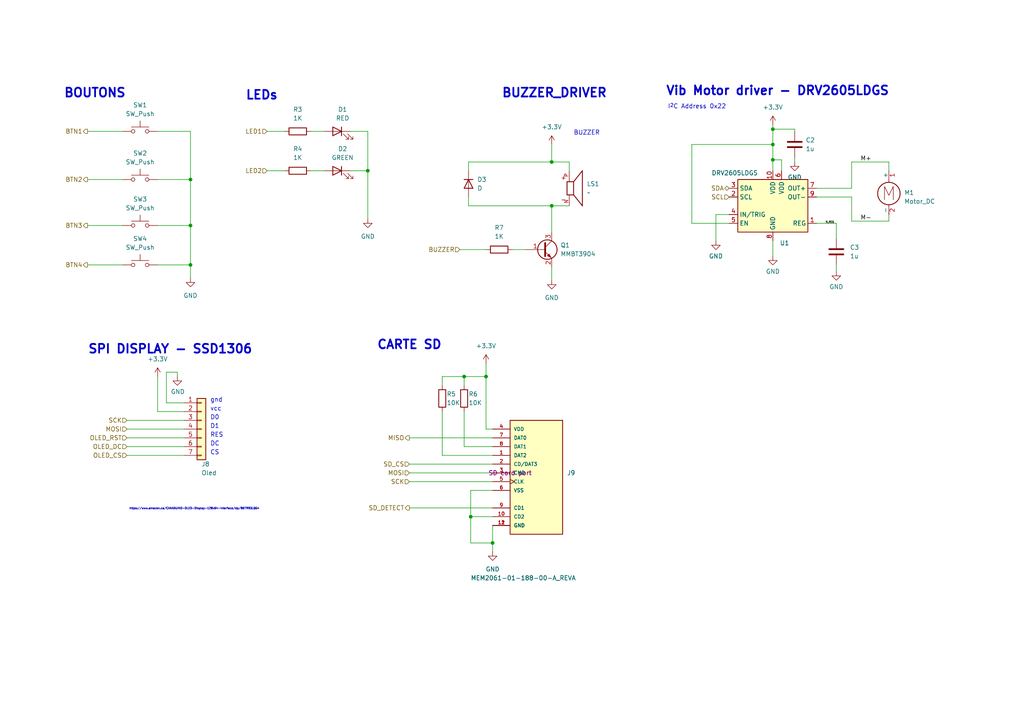
<source format=kicad_sch>
(kicad_sch (version 20250114) (generator "eeschema") (generator_version "9.0")
  (paper "A4")
  (title_block (title "Modules I/O") (date "2025-06-05") (rev "1.1") (company "IngRéadapt UL") (comment 1 "Autheur : Marc-Antoine Guay") (comment 2 "Modif: Simon Latour"))
  (lib_symbols
    (symbol "CeintureRespAT:CMT-7525-80-SMT-TR" (pin_names (offset 1.016))
      (property "Reference" "LS" (at -3.81 8.89 0))
      (property "Value" "CMT-7525-80-SMT-TR" (at -3.81 -10.16 0))
      (symbol "CMT-7525-80-SMT-TR_0_0"
        (polyline (pts (xy -0.635 1.905) (xy -0.635 -1.905)) (stroke (width 0.254)))
        (polyline (pts (xy -0.635 1.905) (xy 0 1.905)) (stroke (width 0.254)))
        (polyline (pts (xy -0.635 -1.905) (xy 0 -1.905)) (stroke (width 0.254)))
        (polyline (pts (xy 0 2.54) (xy 0 1.905)) (stroke (width 0.1524)))
        (polyline (pts (xy 0 1.905) (xy 1.27 1.905)) (stroke (width 0.254)))
        (polyline (pts (xy 0 -1.905) (xy 1.27 -1.905)) (stroke (width 0.254)))
        (polyline (pts (xy 0 -2.54) (xy 0 -1.905)) (stroke (width 0.1524)))
        (polyline (pts (xy 1.27 1.905) (xy 3.81 5.08)) (stroke (width 0.254)))
        (polyline (pts (xy 1.27 -1.905) (xy 1.27 1.905)) (stroke (width 0.254)))
        (polyline (pts (xy 1.27 -1.905) (xy 3.81 -5.08)) (stroke (width 0.254)))
        (polyline (pts (xy 3.81 -5.08) (xy 3.81 5.08)) (stroke (width 0.254)))
        (text "+" (at -2.54 3.81 0) (effects (font (size 1.27 1.27)) (justify left top)))
        (text "-" (at -2.54 -2.54 0) (effects (font (size 1.27 1.27)) (justify left top)))
        (pin passive line (at 0 5.08 270) (length 2.54) (name "~") (number "P"))
        (pin passive line (at 0 -5.08 90) (length 2.54) (name "~") (number "N"))
      )
    )
    (symbol "CeintureRespAT:DRV2605"
      (property "Reference" "U1" (at 2.0194 -10.795 0))
      (property "Value" "DRV2605LDGS" (at -17.78 9.525 0))
      (symbol "DRV2605_0_1"
        (rectangle (start -10.16 7.62) (end 10.16 -7.62) (stroke (width 0.254)) (fill (type background)))
      )
      (symbol "DRV2605_1_1"
        (pin bidirectional line (at -12.7 5.08 0) (length 2.54) (name "SDA") (number "3"))
        (pin input line (at -12.7 2.54 0) (length 2.54) (name "SCL") (number "2"))
        (pin input line (at -12.7 -2.54 0) (length 2.54) (name "IN/TRIG") (number "4"))
        (pin input line (at -12.7 -5.08 0) (length 2.54) (name "EN") (number "5"))
        (pin power_in line (at 0 10.16 270) (length 2.54) (name "VDD") (number "10"))
        (pin power_in line (at 0 -10.16 90) (length 2.54) (name "GND") (number "8"))
        (pin power_in line (at 2.54 10.16 270) (length 2.54) (name "VDD") (number "6"))
        (pin output line (at 12.7 5.08 180) (length 2.54) (name "OUT+") (number "7"))
        (pin output line (at 12.7 2.54 180) (length 2.54) (name "OUT-") (number "9"))
        (pin passive line (at 12.7 -5.08 180) (length 2.54) (name "REG") (number "1"))
      )
    )
    (symbol "CeintureRespAT:MEM2061-01-188-00-A_REVA" (pin_names (offset 1.016))
      (property "Reference" "J" (at 0 15.2675 0))
      (property "Value" "MEM2061-01-188-00-A_REVA" (at 0 -20.3415 0))
      (symbol "MEM2061-01-188-00-A_REVA_0_0"
        (rectangle (start 0 -17.78) (end 15.24 15.24) (stroke (width 0.254)) (fill (type background)))
        (pin power_in line (at -5.08 12.7 0) (length 5.08) (name "VDD") (number "4"))
        (pin bidirectional line (at -5.08 10.16 0) (length 5.08) (name "DAT0") (number "7"))
        (pin bidirectional line (at -5.08 7.62 0) (length 5.08) (name "DAT1") (number "8"))
        (pin bidirectional line (at -5.08 5.08 0) (length 5.08) (name "DAT2") (number "1"))
        (pin bidirectional line (at -5.08 2.54 0) (length 5.08) (name "CD/DAT3") (number "2"))
        (pin bidirectional line (at -5.08 0 0) (length 5.08) (name "CMD") (number "3"))
        (pin bidirectional clock (at -5.08 -2.54 0) (length 5.08) (name "CLK") (number "5"))
        (pin power_in line (at -5.08 -5.08 0) (length 5.08) (name "VSS") (number "6"))
        (pin passive line (at -5.08 -10.16 0) (length 5.08) (name "CD1") (number "9"))
        (pin passive line (at -5.08 -12.7 0) (length 5.08) (name "CD2") (number "10"))
        (pin power_in line (at -5.08 -15.24 0) (length 5.08) (name "GND") (number "11"))
        (pin power_in line (at -5.08 -15.24 0) (length 5.08) (name "GND") (number "12"))
      )
    )
    (symbol "Connector_Generic:Conn_01x07" (pin_names (offset 1.016) (hide yes))
      (property "Reference" "J" (at 0 10.16 0))
      (property "Value" "Conn_01x07" (at 0 -10.16 0))
      (symbol "Conn_01x07_1_1"
        (rectangle (start -1.27 8.89) (end 1.27 -8.89) (stroke (width 0.254)) (fill (type background)))
        (rectangle (start -1.27 7.747) (end 0 7.493) (stroke (width 0.1524)))
        (rectangle (start -1.27 5.207) (end 0 4.953) (stroke (width 0.1524)))
        (rectangle (start -1.27 2.667) (end 0 2.413) (stroke (width 0.1524)))
        (rectangle (start -1.27 0.127) (end 0 -0.127) (stroke (width 0.1524)))
        (rectangle (start -1.27 -2.413) (end 0 -2.667) (stroke (width 0.1524)))
        (rectangle (start -1.27 -4.953) (end 0 -5.207) (stroke (width 0.1524)))
        (rectangle (start -1.27 -7.493) (end 0 -7.747) (stroke (width 0.1524)))
        (pin passive line (at -5.08 7.62 0) (length 3.81) (name "Pin_1") (number "1"))
        (pin passive line (at -5.08 5.08 0) (length 3.81) (name "Pin_2") (number "2"))
        (pin passive line (at -5.08 2.54 0) (length 3.81) (name "Pin_3") (number "3"))
        (pin passive line (at -5.08 0 0) (length 3.81) (name "Pin_4") (number "4"))
        (pin passive line (at -5.08 -2.54 0) (length 3.81) (name "Pin_5") (number "5"))
        (pin passive line (at -5.08 -5.08 0) (length 3.81) (name "Pin_6") (number "6"))
        (pin passive line (at -5.08 -7.62 0) (length 3.81) (name "Pin_7") (number "7"))
      )
    )
    (symbol "Device:C" (pin_numbers (hide yes)) (pin_names (offset 0.254))
      (property "Reference" "C" (at 0.635 2.54 0))
      (property "Value" "C" (at 0.635 -2.54 0))
      (symbol "C_0_1"
        (polyline (pts (xy -2.032 0.762) (xy 2.032 0.762)) (stroke (width 0.508)))
        (polyline (pts (xy -2.032 -0.762) (xy 2.032 -0.762)) (stroke (width 0.508)))
      )
      (symbol "C_1_1"
        (pin passive line (at 0 3.81 270) (length 2.794) (name "~") (number "1"))
        (pin passive line (at 0 -3.81 90) (length 2.794) (name "~") (number "2"))
      )
    )
    (symbol "Device:D" (pin_numbers (hide yes)) (pin_names (offset 1.016) (hide yes))
      (property "Reference" "D" (at 0 2.54 0))
      (property "Value" "D" (at 0 -2.54 0))
      (symbol "D_0_1"
        (polyline (pts (xy -1.27 1.27) (xy -1.27 -1.27)) (stroke (width 0.254)))
        (polyline (pts (xy 1.27 1.27) (xy 1.27 -1.27) (xy -1.27 0) (xy 1.27 1.27)) (stroke (width 0.254)))
        (polyline (pts (xy 1.27 0) (xy -1.27 0)))
      )
      (symbol "D_1_1"
        (pin passive line (at -3.81 0 0) (length 2.54) (name "K") (number "1"))
        (pin passive line (at 3.81 0 180) (length 2.54) (name "A") (number "2"))
      )
    )
    (symbol "Device:LED" (pin_numbers (hide yes)) (pin_names (offset 1.016) (hide yes))
      (property "Reference" "D" (at 0 2.54 0))
      (property "Value" "LED" (at 0 -2.54 0))
      (symbol "LED_0_1"
        (polyline (pts (xy -3.048 -0.762) (xy -4.572 -2.286) (xy -3.81 -2.286) (xy -4.572 -2.286) (xy -4.572 -1.524)))
        (polyline (pts (xy -1.778 -0.762) (xy -3.302 -2.286) (xy -2.54 -2.286) (xy -3.302 -2.286) (xy -3.302 -1.524)))
        (polyline (pts (xy -1.27 0) (xy 1.27 0)))
        (polyline (pts (xy -1.27 -1.27) (xy -1.27 1.27)) (stroke (width 0.254)))
        (polyline (pts (xy 1.27 -1.27) (xy 1.27 1.27) (xy -1.27 0) (xy 1.27 -1.27)) (stroke (width 0.254)))
      )
      (symbol "LED_1_1"
        (pin passive line (at -3.81 0 0) (length 2.54) (name "K") (number "1"))
        (pin passive line (at 3.81 0 180) (length 2.54) (name "A") (number "2"))
      )
    )
    (symbol "Device:R" (pin_numbers (hide yes)) (pin_names (offset 0))
      (property "Reference" "R" (at 2.032 0 90))
      (property "Value" "R" (at 0 0 90))
      (symbol "R_0_1"
        (rectangle (start -1.016 -2.54) (end 1.016 2.54) (stroke (width 0.254)))
      )
      (symbol "R_1_1"
        (pin passive line (at 0 3.81 270) (length 1.27) (name "~") (number "1"))
        (pin passive line (at 0 -3.81 90) (length 1.27) (name "~") (number "2"))
      )
    )
    (symbol "Motor:Motor_DC" (pin_names (offset 0))
      (property "Reference" "M" (at 2.54 2.54 0))
      (property "Value" "Motor_DC" (at 2.54 -5.08 0))
      (symbol "Motor_DC_0_0"
        (polyline (pts (xy -1.27 -3.302) (xy -1.27 0.508) (xy 0 -2.032) (xy 1.27 0.508) (xy 1.27 -3.302)))
      )
      (symbol "Motor_DC_0_1"
        (polyline (pts (xy 0 2.032) (xy 0 2.54)))
        (polyline (pts (xy 0 1.7272) (xy 0 2.0828)))
        (circle (center 0 -1.524) (radius 3.2512) (stroke (width 0.254)))
        (polyline (pts (xy 0 -4.7752) (xy 0 -5.1816)))
        (polyline (pts (xy 0 -7.62) (xy 0 -7.112)))
      )
      (symbol "Motor_DC_1_1"
        (pin passive line (at 0 5.08 270) (length 2.54) (name "+") (number "1"))
        (pin passive line (at 0 -7.62 90) (length 2.54) (name "-") (number "2"))
      )
    )
    (symbol "Switch:SW_Push" (pin_numbers (hide yes)) (pin_names (offset 1.016) (hide yes))
      (property "Reference" "SW" (at 1.27 2.54 0))
      (property "Value" "SW_Push" (at 0 -1.524 0))
      (symbol "SW_Push_0_1"
        (circle (center -2.032 0) (radius 0.508))
        (polyline (pts (xy 0 1.27) (xy 0 3.048)))
        (circle (center 2.032 0) (radius 0.508))
        (polyline (pts (xy 2.54 1.27) (xy -2.54 1.27)))
        (pin passive line (at -5.08 0 0) (length 2.54) (name "1") (number "1"))
        (pin passive line (at 5.08 0 180) (length 2.54) (name "2") (number "2"))
      )
    )
    (symbol "Transistor_BJT:MMBT3904" (pin_names (offset 0) (hide yes))
      (property "Reference" "Q" (at 5.08 1.905 0))
      (property "Value" "MMBT3904" (at 5.08 0 0))
      (symbol "MMBT3904_0_1"
        (polyline (pts (xy 0.635 1.905) (xy 0.635 -1.905) (xy 0.635 -1.905)) (stroke (width 0.508)))
        (polyline (pts (xy 0.635 0.635) (xy 2.54 2.54)))
        (polyline (pts (xy 0.635 -0.635) (xy 2.54 -2.54) (xy 2.54 -2.54)))
        (circle (center 1.27 0) (radius 2.8194) (stroke (width 0.254)))
        (polyline (pts (xy 1.27 -1.778) (xy 1.778 -1.27) (xy 2.286 -2.286) (xy 1.27 -1.778) (xy 1.27 -1.778)) (fill (type outline)))
      )
      (symbol "MMBT3904_1_1"
        (pin input line (at -5.08 0 0) (length 5.715) (name "B") (number "1"))
        (pin passive line (at 2.54 5.08 270) (length 2.54) (name "C") (number "3"))
        (pin passive line (at 2.54 -5.08 90) (length 2.54) (name "E") (number "2"))
      )
    )
    (symbol "power:+3.3V" (power) (pin_names (offset 0))
      (property "Value" "+3.3V" (at 0 3.556 0))
      (symbol "+3.3V_0_1"
        (polyline (pts (xy -0.762 1.27) (xy 0 2.54)))
        (polyline (pts (xy 0 2.54) (xy 0.762 1.27)))
        (polyline (pts (xy 0 0) (xy 0 2.54)))
      )
      (symbol "+3.3V_1_1"
        (pin power_in line (at 0 0 90) (length 0) (hide yes) (name "+3.3V") (number "1"))
      )
    )
    (symbol "power:GND" (power) (pin_names (offset 0))
      (property "Value" "GND" (at 0 -3.81 0))
      (symbol "GND_0_1"
        (polyline (pts (xy 0 0) (xy 0 -1.27) (xy 1.27 -1.27) (xy 0 -2.54) (xy -1.27 -1.27) (xy 0 -1.27)))
      )
      (symbol "GND_1_1"
        (pin power_in line (at 0 0 270) (length 0) (hide yes) (name "GND") (number "1"))
      )
    )
  )
  (text "BUZZER_DRIVER" (at 145.415 28.575 0) (effects (font (size 2.54 2.54) (thickness 0.508) (bold yes)) (justify left bottom)))
  (text "I^{2}C Address 0x22" (at 193.675 31.75 0) (effects (font (size 1.27 1.27)) (justify left bottom)))
  (text "gnd\n" (at 60.96 116.84 0) (effects (font (size 1.27 1.27)) (justify left bottom)))
  (text "LEDs" (at 71.12 29.21 0) (effects (font (size 2.54 2.54) (thickness 0.508) (bold yes)) (justify left bottom)))
  (text "vcc\n" (at 60.96 119.38 0) (effects (font (size 1.27 1.27)) (justify left bottom)))
  (text "Vib Motor driver - DRV2605LDGS" (at 193.04 27.94 0) (effects (font (size 2.54 2.54) (thickness 0.508) (bold yes)) (justify left bottom)))
  (text "SPI DISPLAY - SSD1306" (at 25.4 102.87 0) (effects (font (size 2.54 2.54) (thickness 0.508) (bold yes)) (justify left bottom)))
  (text "BOUTONS" (at 18.415 28.575 0) (effects (font (size 2.54 2.54) (thickness 0.508) (bold yes)) (justify left bottom)))
  (text "D1\n" (at 60.96 124.46 0) (effects (font (size 1.27 1.27)) (justify left bottom)))
  (text "RES" (at 60.96 127 0) (effects (font (size 1.27 1.27)) (justify left bottom)))
  (text "D0\n" (at 60.96 121.92 0) (effects (font (size 1.27 1.27)) (justify left bottom)))
  (text "BUZZER\n" (at 166.37 39.37 0) (effects (font (size 1.27 1.27)) (justify left bottom)))
  (text "https://www.amazon.ca/CANADUINO-OLED-Display-128x64-Interface/dp/B07R93LQG4" (at 37.465 147.955 0) (effects (font (size 0.56 0.56)) (justify left bottom)))
  (text "CS" (at 60.96 132.08 0) (effects (font (size 1.27 1.27)) (justify left bottom)))
  (text "DC" (at 60.96 129.54 0) (effects (font (size 1.27 1.27)) (justify left bottom)))
  (text "CARTE SD" (at 109.22 101.6 0) (effects (font (size 2.54 2.54) (thickness 0.508) (bold yes)) (justify left bottom)))
  (junction (at 224.155 41.91))
  (junction (at 160.02 46.99))
  (junction (at 55.245 65.405))
  (junction (at 140.97 109.22))
  (junction (at 160.02 59.69))
  (junction (at 106.68 49.53))
  (junction (at 134.62 109.22))
  (junction (at 55.245 76.835))
  (junction (at 224.155 37.465))
  (junction (at 224.155 46.355))
  (junction (at 136.525 149.86))
  (junction (at 142.875 157.48))
  (junction (at 55.245 52.07))
  (wire (pts (xy 133.35 72.39) (xy 140.97 72.39)))
  (wire (pts (xy 257.81 46.99) (xy 247.015 46.99)))
  (wire (pts (xy 53.34 119.38) (xy 45.72 119.38)))
  (wire (pts (xy 36.83 129.54) (xy 53.34 129.54)))
  (wire (pts (xy 257.81 64.135) (xy 257.81 62.23)))
  (wire (pts (xy 25.4 38.1) (xy 35.56 38.1)))
  (wire (pts (xy 224.155 37.465) (xy 224.155 41.91)))
  (wire (pts (xy 200.66 64.77) (xy 211.455 64.77)))
  (wire (pts (xy 134.62 111.76) (xy 134.62 109.22)))
  (wire (pts (xy 224.155 46.355) (xy 224.155 49.53)))
  (wire (pts (xy 118.745 127) (xy 142.875 127)))
  (wire (pts (xy 135.89 57.15) (xy 135.89 59.69)))
  (wire (pts (xy 118.745 147.32) (xy 142.875 147.32)))
  (wire (pts (xy 247.015 64.135) (xy 257.81 64.135)))
  (wire (pts (xy 134.62 109.22) (xy 140.97 109.22)))
  (wire (pts (xy 142.875 142.24) (xy 136.525 142.24)))
  (wire (pts (xy 136.525 149.86) (xy 136.525 157.48)))
  (wire (pts (xy 207.645 62.23) (xy 207.645 69.85)))
  (wire (pts (xy 51.435 107.95) (xy 48.26 107.95)))
  (wire (pts (xy 224.155 37.465) (xy 230.505 37.465)))
  (wire (pts (xy 118.745 134.62) (xy 142.875 134.62)))
  (wire (pts (xy 36.83 127) (xy 53.34 127)))
  (wire (pts (xy 45.72 52.07) (xy 55.245 52.07)))
  (wire (pts (xy 128.27 132.08) (xy 128.27 119.38)))
  (wire (pts (xy 242.57 64.77) (xy 242.57 69.215)))
  (wire (pts (xy 134.62 129.54) (xy 142.875 129.54)))
  (wire (pts (xy 51.435 107.95) (xy 51.435 109.22)))
  (wire (pts (xy 226.695 49.53) (xy 226.695 46.355)))
  (wire (pts (xy 45.72 109.22) (xy 45.72 119.38)))
  (wire (pts (xy 118.745 139.7) (xy 142.875 139.7)))
  (wire (pts (xy 226.695 46.355) (xy 224.155 46.355)))
  (wire (pts (xy 25.4 65.405) (xy 35.56 65.405)))
  (wire (pts (xy 45.72 38.1) (xy 55.245 38.1)))
  (wire (pts (xy 48.26 116.84) (xy 53.34 116.84)))
  (wire (pts (xy 142.875 124.46) (xy 140.97 124.46)))
  (wire (pts (xy 55.245 76.835) (xy 55.245 80.645)))
  (wire (pts (xy 142.875 152.4) (xy 142.875 157.48)))
  (wire (pts (xy 77.47 38.1) (xy 82.55 38.1)))
  (wire (pts (xy 134.62 119.38) (xy 134.62 129.54)))
  (wire (pts (xy 106.68 38.1) (xy 106.68 49.53)))
  (wire (pts (xy 247.015 54.61) (xy 236.855 54.61)))
  (wire (pts (xy 55.245 52.07) (xy 55.245 65.405)))
  (wire (pts (xy 25.4 52.07) (xy 35.56 52.07)))
  (wire (pts (xy 77.47 49.53) (xy 82.55 49.53)))
  (wire (pts (xy 236.855 57.15) (xy 247.015 57.15)))
  (wire (pts (xy 118.745 137.16) (xy 142.875 137.16)))
  (wire (pts (xy 93.98 49.53) (xy 90.17 49.53)))
  (wire (pts (xy 224.155 41.91) (xy 224.155 46.355)))
  (wire (pts (xy 25.4 76.835) (xy 35.56 76.835)))
  (wire (pts (xy 135.89 59.69) (xy 160.02 59.69)))
  (wire (pts (xy 236.855 64.77) (xy 242.57 64.77)))
  (wire (pts (xy 135.89 46.99) (xy 160.02 46.99)))
  (wire (pts (xy 160.02 41.91) (xy 160.02 46.99)))
  (wire (pts (xy 230.505 38.1) (xy 230.505 37.465)))
  (wire (pts (xy 55.245 52.07) (xy 55.245 38.1)))
  (wire (pts (xy 140.97 124.46) (xy 140.97 109.22)))
  (wire (pts (xy 211.455 62.23) (xy 207.645 62.23)))
  (wire (pts (xy 55.245 65.405) (xy 55.245 76.835)))
  (wire (pts (xy 45.72 76.835) (xy 55.245 76.835)))
  (wire (pts (xy 135.89 46.99) (xy 135.89 49.53)))
  (wire (pts (xy 106.68 49.53) (xy 106.68 63.5)))
  (wire (pts (xy 230.505 45.72) (xy 230.505 46.99)))
  (wire (pts (xy 140.97 105.41) (xy 140.97 109.22)))
  (wire (pts (xy 160.02 59.69) (xy 165.1 59.69)))
  (wire (pts (xy 257.81 49.53) (xy 257.81 46.99)))
  (wire (pts (xy 142.875 157.48) (xy 142.875 160.02)))
  (wire (pts (xy 242.57 76.835) (xy 242.57 78.74)))
  (wire (pts (xy 142.875 132.08) (xy 128.27 132.08)))
  (wire (pts (xy 128.27 109.22) (xy 134.62 109.22)))
  (wire (pts (xy 224.155 36.195) (xy 224.155 37.465)))
  (wire (pts (xy 142.875 157.48) (xy 136.525 157.48)))
  (wire (pts (xy 247.015 57.15) (xy 247.015 64.135)))
  (wire (pts (xy 160.02 46.99) (xy 165.1 46.99)))
  (wire (pts (xy 200.66 64.77) (xy 200.66 41.91)))
  (wire (pts (xy 48.26 107.95) (xy 48.26 116.84)))
  (wire (pts (xy 160.02 77.47) (xy 160.02 81.28)))
  (wire (pts (xy 165.1 46.99) (xy 165.1 49.53)))
  (wire (pts (xy 36.83 121.92) (xy 53.34 121.92)))
  (wire (pts (xy 128.27 109.22) (xy 128.27 111.76)))
  (wire (pts (xy 36.83 132.08) (xy 53.34 132.08)))
  (wire (pts (xy 101.6 49.53) (xy 106.68 49.53)))
  (wire (pts (xy 160.02 59.69) (xy 160.02 67.31)))
  (wire (pts (xy 45.72 65.405) (xy 55.245 65.405)))
  (wire (pts (xy 36.83 124.46) (xy 53.34 124.46)))
  (wire (pts (xy 136.525 142.24) (xy 136.525 149.86)))
  (wire (pts (xy 136.525 149.86) (xy 142.875 149.86)))
  (wire (pts (xy 101.6 38.1) (xy 106.68 38.1)))
  (wire (pts (xy 93.98 38.1) (xy 90.17 38.1)))
  (wire (pts (xy 200.66 41.91) (xy 224.155 41.91)))
  (wire (pts (xy 247.015 46.99) (xy 247.015 54.61)))
  (wire (pts (xy 148.59 72.39) (xy 152.4 72.39)))
  (wire (pts (xy 224.155 69.85) (xy 224.155 74.295)))
  (label "M-" (at 249.555 64.135 0))
  (label "M+" (at 249.555 46.99 0))
  (label "M_REG" (at 239.395 64.77 0) (effects (font (size 0.5 0.5))))
  (hierarchical_label "LED1" (shape input) (at 77.47 38.1 180))
  (hierarchical_label "OLED_DC" (shape input) (at 36.83 129.54 180))
  (hierarchical_label "SD_CS" (shape input) (at 118.745 134.62 180))
  (hierarchical_label "SD_DETECT" (shape output) (at 118.745 147.32 180))
  (hierarchical_label "OLED_CS" (shape input) (at 36.83 132.08 180))
  (hierarchical_label "BTN3" (shape output) (at 25.4 65.405 180))
  (hierarchical_label "MISO" (shape output) (at 118.745 127 180))
  (hierarchical_label "SCK" (shape input) (at 118.745 139.7 180))
  (hierarchical_label "SCL" (shape input) (at 211.455 57.15 180))
  (hierarchical_label "BUZZER" (shape input) (at 133.35 72.39 180))
  (hierarchical_label "SDA" (shape bidirectional) (at 211.455 54.61 180))
  (hierarchical_label "LED2" (shape input) (at 77.47 49.53 180))
  (hierarchical_label "MOSI" (shape input) (at 36.83 124.46 180))
  (hierarchical_label "SCK" (shape input) (at 36.83 121.92 180))
  (hierarchical_label "MOSI" (shape input) (at 118.745 137.16 180))
  (hierarchical_label "BTN4" (shape output) (at 25.4 76.835 180))
  (hierarchical_label "OLED_RST" (shape input) (at 36.83 127 180))
  (hierarchical_label "BTN1" (shape output) (at 25.4 38.1 180))
  (hierarchical_label "BTN2" (shape output) (at 25.4 52.07 180))
  (symbol (lib_id "power:GND") (at 142.875 160.02 0) (unit 1)
    (property "Reference" "#PWR030" (effects (hide yes)))
    (property "Value" "GND" (at 142.875 165.1 0))
  )
  (symbol (lib_id "CeintureRespAT:DRV2605") (at 224.155 59.69 0) (unit 1)
    (property "Reference" "U1" (at 226.1744 70.485 0) (effects (justify left)))
    (property "Value" "DRV2605LDGS" (at 206.375 50.165 0) (effects (justify left)))
    (property "Footprint" "Package_SO:VSSOP-10_3x3mm_P0.5mm" (effects (hide yes)))
    (property "Datasheet" "http://www.ti.com/lit/ds/symlink/drv2605l.pdf" (effects (hide yes)))
    (property "LCSC" "C527464" (effects (hide yes)))
    (instances (project "Ceinture Respiration" (path "" (reference "U1") (unit 1))) (project "Ergowatch Light" (path "" (reference "U7") (unit 1))))
  )
  (symbol (lib_id "Device:R") (at 134.62 115.57 0) (unit 1)
    (property "Reference" "R6" (at 135.89 114.3 0) (effects (justify left)))
    (property "Value" "10K" (at 135.89 116.84 0) (effects (justify left)))
    (property "Footprint" "Resistor_SMD:R_0603_1608Metric" (effects (hide yes)))
    (property "LCSC" "C25804" (effects (hide yes)))
  )
  (symbol (lib_id "Device:R") (at 86.36 49.53 270) (mirror x) (unit 1)
    (property "Reference" "R4" (at 86.36 43.18 90))
    (property "Value" "1K" (at 86.36 45.72 90))
    (property "Footprint" "Resistor_SMD:R_0603_1608Metric" (effects (hide yes)))
    (property "LCSC" "C21190" (effects (hide yes)))
  )
  (symbol (lib_id "Device:R") (at 144.78 72.39 90) (unit 1)
    (property "Reference" "R7" (at 144.78 66.04 90))
    (property "Value" "1K" (at 144.78 68.58 90))
    (property "Footprint" "Resistor_SMD:R_0603_1608Metric" (effects (hide yes)))
    (property "LCSC" "C21190" (effects (hide yes)))
  )
  (symbol (lib_id "Device:LED") (at 97.79 49.53 0) (mirror y) (unit 1)
    (property "Reference" "D2" (at 99.3775 43.18 0))
    (property "Value" "GREEN" (at 99.3775 45.72 0))
    (property "Footprint" "LED_THT:LED_D3.0mm" (effects (hide yes)))
    (property "LCSC" "C2895476" (effects (hide yes)))
  )
  (symbol (lib_id "Device:R") (at 86.36 38.1 270) (mirror x) (unit 1)
    (property "Reference" "R3" (at 86.36 31.75 90))
    (property "Value" "1K" (at 86.36 34.29 90))
    (property "Footprint" "Resistor_SMD:R_0603_1608Metric" (effects (hide yes)))
    (property "LCSC" "C21190" (effects (hide yes)))
  )
  (symbol (lib_id "power:GND") (at 207.645 69.85 0) (unit 1)
    (property "Reference" "#PWR033" (effects (hide yes)))
    (property "Value" "GND" (at 207.645 74.295 0))
    (instances (project "Ceinture Respiration" (path "" (reference "#PWR033") (unit 1))) (project "Ergowatch Light" (path "" (reference "#PWR029") (unit 1))))
  )
  (symbol (lib_id "Switch:SW_Push") (at 40.64 52.07 0) (unit 1)
    (property "Reference" "SW2" (at 40.64 44.45 0))
    (property "Value" "SW_Push" (at 40.64 46.99 0))
    (property "Footprint" "Button_Switch_SMD:SW_SPST_TL3305B" (effects (hide yes)))
    (property "LCSC" "C2886900" (effects (hide yes)))
  )
  (symbol (lib_id "power:+3.3V") (at 160.02 41.91 0) (unit 1)
    (property "Reference" "#PWR031" (effects (hide yes)))
    (property "Value" "+3.3V" (at 160.02 36.83 0))
  )
  (symbol (lib_id "Connector_Generic:Conn_01x07") (at 58.42 124.46 0) (unit 1)
    (property "Reference" "J8" (at 58.42 134.62 0) (effects (justify left)))
    (property "Value" "Oled" (at 58.42 137.16 0) (effects (justify left)))
    (property "Footprint" "CentureResp:Adafruit_SSD1306_SPI" (effects (hide yes)))
    (property "MPN" "AOM12864A0-0.96WW-ANO /  ER-OLEDM0.96-1B-SPI-I2C" (effects (hide yes)))
    (property "Digikey" "AOM12864A0-0.96WW-ANO" (effects (hide yes)))
    (property "buydisplay.com" "ER-OLEDM0.96-1B-SPI-I2C" (effects (hide yes)))
    (instances (project "Ceinture Respiration" (path "" (reference "J8") (unit 1))) (project "montre light" (path "" (reference "J2") (unit 1))))
  )
  (symbol (lib_id "Device:C") (at 230.505 41.91 0) (unit 1)
    (property "Reference" "C2" (at 233.68 40.6399 0) (effects (justify left)))
    (property "Value" "1u" (at 233.68 43.1799 0) (effects (justify left)))
    (property "Footprint" "Capacitor_SMD:C_0603_1608Metric" (effects (hide yes)))
    (property "LCSC" "C15849" (effects (hide yes)))
    (instances (project "Ceinture Respiration" (path "" (reference "C2") (unit 1))) (project "Ergowatch Light" (path "" (reference "C18") (unit 1))))
  )
  (symbol (lib_id "power:GND") (at 106.68 63.5 0) (mirror y) (unit 1)
    (property "Reference" "#PWR028" (effects (hide yes)))
    (property "Value" "GND" (at 106.68 68.58 0))
  )
  (symbol (lib_id "power:GND") (at 224.155 74.295 0) (unit 1)
    (property "Reference" "#PWR035" (effects (hide yes)))
    (property "Value" "GND" (at 224.155 78.74 0))
    (instances (project "Ceinture Respiration" (path "" (reference "#PWR035") (unit 1))) (project "Ergowatch Light" (path "" (reference "#PWR031") (unit 1))))
  )
  (symbol (lib_id "Device:D") (at 135.89 53.34 270) (unit 1)
    (property "Reference" "D3" (at 138.43 52.07 90) (effects (justify left)))
    (property "Value" "D" (at 138.43 54.61 90) (effects (justify left)))
    (property "Footprint" "Diode_SMD:D_SOD-323F" (effects (hide yes)))
    (property "Sim.Device" "D" (effects (hide yes)))
    (property "Sim.Pins" "1=K 2=A" (effects (hide yes)))
    (property "LCSC" "C191023" (effects (hide yes)))
  )
  (symbol (lib_id "Device:R") (at 128.27 115.57 0) (unit 1)
    (property "Reference" "R5" (at 129.54 114.3 0) (effects (justify left)))
    (property "Value" "10K" (at 129.54 116.84 0) (effects (justify left)))
    (property "Footprint" "Resistor_SMD:R_0603_1608Metric" (effects (hide yes)))
    (property "LCSC" "C25804" (effects (hide yes)))
  )
  (symbol (lib_id "Device:C") (at 242.57 73.025 0) (unit 1)
    (property "Reference" "C3" (at 246.507 71.7549 0) (effects (justify left)))
    (property "Value" "1u" (at 246.507 74.2949 0) (effects (justify left)))
    (property "Footprint" "Capacitor_SMD:C_0603_1608Metric" (effects (hide yes)))
    (property "LCSC" "C15849" (effects (hide yes)))
    (instances (project "Ceinture Respiration" (path "" (reference "C3") (unit 1))) (project "Ergowatch Light" (path "" (reference "C19") (unit 1))))
  )
  (symbol (lib_id "Switch:SW_Push") (at 40.64 38.1 0) (unit 1)
    (property "Reference" "SW1" (at 40.64 30.48 0))
    (property "Value" "SW_Push" (at 40.64 33.02 0))
    (property "Footprint" "Button_Switch_SMD:SW_SPST_TL3305B" (effects (hide yes)))
    (property "LCSC" "C2886900" (effects (hide yes)))
  )
  (symbol (lib_id "power:GND") (at 242.57 78.74 0) (unit 1)
    (property "Reference" "#PWR037" (effects (hide yes)))
    (property "Value" "GND" (at 242.57 83.185 0))
    (instances (project "Ceinture Respiration" (path "" (reference "#PWR037") (unit 1))) (project "Ergowatch Light" (path "" (reference "#PWR034") (unit 1))))
  )
  (symbol (lib_id "power:GND") (at 51.435 109.22 0) (unit 1)
    (property "Reference" "#PWR026" (effects (hide yes)))
    (property "Value" "GND" (at 51.562 113.6142 0))
    (instances (project "Ceinture Respiration" (path "" (reference "#PWR026") (unit 1))) (project "montre light" (path "" (reference "#PWR0118") (unit 1))))
  )
  (symbol (lib_id "power:GND") (at 160.02 81.28 0) (unit 1)
    (property "Reference" "#PWR032" (effects (hide yes)))
    (property "Value" "GND" (at 160.02 86.36 0))
  )
  (symbol (lib_id "power:GND") (at 230.505 46.99 0) (unit 1)
    (property "Reference" "#PWR036" (effects (hide yes)))
    (property "Value" "GND" (at 230.505 51.435 0))
    (instances (project "Ceinture Respiration" (path "" (reference "#PWR036") (unit 1))) (project "Ergowatch Light" (path "" (reference "#PWR032") (unit 1))))
  )
  (symbol (lib_id "power:GND") (at 55.245 80.645 0) (mirror y) (unit 1)
    (property "Reference" "#PWR027" (effects (hide yes)))
    (property "Value" "GND" (at 55.245 85.725 0))
  )
  (symbol (lib_id "CeintureRespAT:MEM2061-01-188-00-A_REVA") (at 147.955 137.16 0) (unit 1)
    (property "Reference" "J9" (at 164.465 137.16 0) (effects (justify left)))
    (property "Value" "MEM2061-01-188-00-A_REVA" (at 136.525 167.64 0) (effects (justify left)))
    (property "Footprint" "CentureResp:GCT_MEM2061-01-188-00-A_REVA" (effects (hide yes)))
    (property "Description" "SD card port" (at 147.955 137.16 0))
    (property "MANUFACTURER" "GCT" (effects (hide yes)))
    (property "LCSC" "C5151738" (effects (hide yes)))
    (property "MPN" "MEM2061-01-188-00-A_REVA" (effects (hide yes)))
  )
  (symbol (lib_id "Switch:SW_Push") (at 40.64 76.835 0) (unit 1)
    (property "Reference" "SW4" (at 40.64 69.215 0))
    (property "Value" "SW_Push" (at 40.64 71.755 0))
    (property "Footprint" "Button_Switch_SMD:SW_SPST_TL3305B" (effects (hide yes)))
    (property "LCSC" "C2886900" (effects (hide yes)))
  )
  (symbol (lib_id "Device:LED") (at 97.79 38.1 0) (mirror y) (unit 1)
    (property "Reference" "D1" (at 99.3775 31.75 0))
    (property "Value" "RED" (at 99.3775 34.29 0))
    (property "Footprint" "LED_THT:LED_D3.0mm" (effects (hide yes)))
    (property "LCSC" "C779429" (effects (hide yes)))
  )
  (symbol (lib_id "power:+3.3V") (at 140.97 105.41 0) (unit 1)
    (property "Reference" "#PWR029" (effects (hide yes)))
    (property "Value" "+3.3V" (at 140.97 100.33 0))
  )
  (symbol (lib_id "CeintureRespAT:CMT-7525-80-SMT-TR") (at 165.1 54.61 0) (unit 1)
    (property "Reference" "LS1" (at 170.18 53.3399 0) (effects (justify left)))
    (property "Value" "~" (at 170.18 55.8799 0) (effects (justify left)))
    (property "Footprint" "CentureResp:XDCR_CMT-7525-80-SMT-TR" (effects (hide yes)))
    (property "Datasheet" "https://jlcpcb.com/partdetail/Keliking-KLJ_75253627/C189208" (effects (hide yes)))
    (property "LCSC" "C189208" (effects (hide yes)))
  )
  (symbol (lib_id "Motor:Motor_DC") (at 257.81 54.61 0) (unit 1)
    (property "Reference" "M1" (at 262.255 55.8799 0) (effects (justify left)))
    (property "Value" "Motor_DC" (at 262.255 58.4199 0) (effects (justify left)))
    (property "Footprint" "CentureResp:XDCR_C0720B001F" (effects (hide yes)))
    (property "MPN" "VC0720B001F" (effects (hide yes)))
  )
  (symbol (lib_id "Switch:SW_Push") (at 40.64 65.405 0) (unit 1)
    (property "Reference" "SW3" (at 40.64 57.785 0))
    (property "Value" "SW_Push" (at 40.64 60.325 0))
    (property "Footprint" "Button_Switch_SMD:SW_SPST_TL3305B" (effects (hide yes)))
    (property "LCSC" "C2886900" (effects (hide yes)))
  )
  (symbol (lib_id "power:+3.3V") (at 45.72 109.22 0) (unit 1)
    (property "Reference" "#PWR025" (effects (hide yes)))
    (property "Value" "+3.3V" (at 45.72 104.14 0))
  )
  (symbol (lib_id "power:+3.3V") (at 224.155 36.195 0) (unit 1)
    (property "Reference" "#PWR034" (effects (hide yes)))
    (property "Value" "+3.3V" (at 224.155 31.115 0))
  )
  (symbol (lib_id "Transistor_BJT:MMBT3904") (at 157.48 72.39 0) (unit 1)
    (property "Reference" "Q1" (at 162.56 71.12 0) (effects (justify left)))
    (property "Value" "MMBT3904" (at 162.56 73.66 0) (effects (justify left)))
    (property "Footprint" "Package_TO_SOT_SMD:SOT-23" (effects (hide yes)))
    (property "Datasheet" "https://www.onsemi.com/pub/Collateral/2N3903-D.PDF" (effects (hide yes)))
    (property "LCSC" "C20526" (effects (hide yes)))
  )
)
</source>
